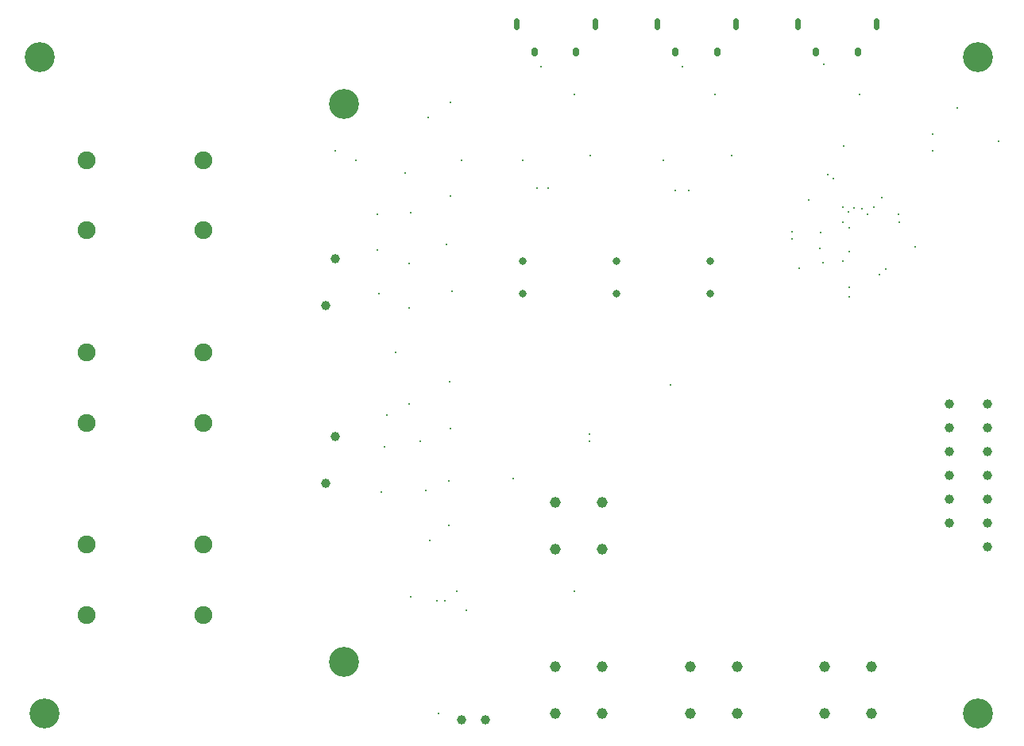
<source format=gbr>
%TF.GenerationSoftware,KiCad,Pcbnew,8.0.2+dfsg-1*%
%TF.CreationDate,2024-05-24T10:29:54+00:00*%
%TF.ProjectId,akkupack-ng,616b6b75-7061-4636-9b2d-6e672e6b6963,rev?*%
%TF.SameCoordinates,Original*%
%TF.FileFunction,Plated,1,4,PTH,Mixed*%
%TF.FilePolarity,Positive*%
%FSLAX46Y46*%
G04 Gerber Fmt 4.6, Leading zero omitted, Abs format (unit mm)*
G04 Created by KiCad (PCBNEW 8.0.2+dfsg-1) date 2024-05-24 10:29:54*
%MOMM*%
%LPD*%
G01*
G04 APERTURE LIST*
%TA.AperFunction,ViaDrill*%
%ADD10C,0.300000*%
%TD*%
G04 aperture for slot hole*
%TA.AperFunction,ComponentDrill*%
%ADD11C,0.600000*%
%TD*%
G04 aperture for slot hole*
%TA.AperFunction,ComponentDrill*%
%ADD12C,0.650000*%
%TD*%
%TA.AperFunction,ComponentDrill*%
%ADD13C,0.800000*%
%TD*%
%TA.AperFunction,ComponentDrill*%
%ADD14C,1.000000*%
%TD*%
%TA.AperFunction,ComponentDrill*%
%ADD15C,1.150000*%
%TD*%
%TA.AperFunction,ComponentDrill*%
%ADD16C,1.905000*%
%TD*%
%TA.AperFunction,ComponentDrill*%
%ADD17C,3.200000*%
%TD*%
G04 APERTURE END LIST*
D10*
X86500000Y-60000000D03*
X88750000Y-61000000D03*
X91000000Y-66800000D03*
X91000000Y-70600000D03*
X91200000Y-75200000D03*
X91400000Y-96400000D03*
X91800000Y-91600000D03*
X92000000Y-88200000D03*
X93000000Y-81500000D03*
X94000000Y-62400000D03*
X94400000Y-72000000D03*
X94400000Y-76800000D03*
X94400000Y-87000000D03*
X94600000Y-66600000D03*
X94600000Y-107600000D03*
X95600000Y-91000000D03*
X96200000Y-96200000D03*
X96400000Y-56400000D03*
X96600000Y-101600000D03*
X97400000Y-108000000D03*
X97500000Y-120000000D03*
X98199965Y-107992582D03*
X98400000Y-70000000D03*
X98600000Y-95200000D03*
X98600000Y-100000000D03*
X98700000Y-84600000D03*
X98800000Y-54800000D03*
X98800000Y-64800000D03*
X98800000Y-89600000D03*
X99000000Y-75000000D03*
X99500000Y-107000000D03*
X100000000Y-61000000D03*
X100500000Y-109000000D03*
X105500000Y-95000000D03*
X106500000Y-61000000D03*
X108000000Y-64000000D03*
X108500000Y-51000000D03*
X109200000Y-64000000D03*
X112000000Y-54000000D03*
X112000000Y-107000000D03*
X113600737Y-90200737D03*
X113625250Y-91025250D03*
X113750000Y-60500000D03*
X121500000Y-61000000D03*
X122250000Y-85000000D03*
X122800000Y-64200000D03*
X123500000Y-51000000D03*
X124200000Y-64200000D03*
X127000000Y-54000000D03*
X128750000Y-60500000D03*
X135250000Y-68600000D03*
X135250000Y-69400003D03*
X136000000Y-72500000D03*
X137000000Y-65250000D03*
X138200000Y-70400000D03*
X138300000Y-68700000D03*
X138488146Y-71954836D03*
X138600000Y-50800000D03*
X139000000Y-62500000D03*
X139650000Y-63000000D03*
X140600000Y-67600000D03*
X140600000Y-71800000D03*
X140602510Y-66004669D03*
X140750000Y-59500000D03*
X141202607Y-66533710D03*
X141275735Y-70724265D03*
X141350000Y-68200000D03*
X141350000Y-74600000D03*
X141350000Y-75600000D03*
X141857592Y-66074364D03*
X142400000Y-54000000D03*
X142650000Y-66184313D03*
X143250000Y-66750000D03*
X143956564Y-65983036D03*
X144556564Y-73200000D03*
X144750000Y-65000000D03*
X145200000Y-72600000D03*
X146600000Y-66800000D03*
X146624265Y-67624265D03*
X148375735Y-70224265D03*
X150200000Y-58200000D03*
X150200000Y-60000000D03*
X152800000Y-55400000D03*
X157200000Y-59000000D03*
D11*
%TO.C,J301*%
X105825000Y-46110000D02*
X105825000Y-46810000D01*
X114175000Y-46110000D02*
X114175000Y-46810000D01*
%TO.C,J401*%
X120825000Y-46110000D02*
X120825000Y-46810000D01*
X129175000Y-46110000D02*
X129175000Y-46810000D01*
%TO.C,J204*%
X135825000Y-46110000D02*
X135825000Y-46810000D01*
X144175000Y-46110000D02*
X144175000Y-46810000D01*
D12*
%TO.C,J301*%
X107775000Y-49360000D02*
X107775000Y-49560000D01*
X112225000Y-49360000D02*
X112225000Y-49560000D01*
%TO.C,J401*%
X122775000Y-49360000D02*
X122775000Y-49560000D01*
X127225000Y-49360000D02*
X127225000Y-49560000D01*
%TO.C,J204*%
X137775000Y-49360000D02*
X137775000Y-49560000D01*
X142225000Y-49360000D02*
X142225000Y-49560000D01*
D13*
%TO.C,C209*%
X106500000Y-71750000D03*
X106500000Y-75250000D03*
%TO.C,C208*%
X116500000Y-71750000D03*
X116500000Y-75250000D03*
%TO.C,C205*%
X126500000Y-71750000D03*
X126500000Y-75250000D03*
D14*
%TO.C,F102*%
X85500000Y-76500000D03*
%TO.C,F101*%
X85500000Y-95500000D03*
%TO.C,F102*%
X86500000Y-71500000D03*
%TO.C,F101*%
X86500000Y-90500000D03*
%TO.C,J107*%
X100000000Y-120725000D03*
X102500000Y-120725000D03*
%TO.C,J203*%
X152000000Y-87000000D03*
X152000000Y-89540000D03*
X152000000Y-92080000D03*
X152000000Y-94620000D03*
X152000000Y-97160000D03*
X152000000Y-99700000D03*
%TO.C,J201*%
X156000000Y-87000000D03*
X156000000Y-89540000D03*
X156000000Y-92080000D03*
X156000000Y-94620000D03*
X156000000Y-97160000D03*
X156000000Y-99700000D03*
X156000000Y-102240000D03*
D15*
%TO.C,J101*%
X110000000Y-115000000D03*
X110000000Y-120000000D03*
%TO.C,J108*%
X110000500Y-97500000D03*
X110000500Y-102500000D03*
%TO.C,J101*%
X115000000Y-115000000D03*
X115000000Y-120000000D03*
%TO.C,J108*%
X115000500Y-97500000D03*
X115000500Y-102500000D03*
%TO.C,J102*%
X124350000Y-115000000D03*
X124350000Y-120000000D03*
X129350000Y-115000000D03*
X129350000Y-120000000D03*
%TO.C,J103*%
X138700000Y-115000000D03*
X138700000Y-120000000D03*
X143700000Y-115000000D03*
X143700000Y-120000000D03*
D16*
%TO.C,J106*%
X60000000Y-61000000D03*
X60000000Y-68500000D03*
%TO.C,J105*%
X60000000Y-81500000D03*
X60000000Y-89000000D03*
%TO.C,J104*%
X60000000Y-102000000D03*
X60000000Y-109500000D03*
%TO.C,J106*%
X72500000Y-61000000D03*
X72500000Y-68500000D03*
%TO.C,J105*%
X72500000Y-81500000D03*
X72500000Y-89000000D03*
%TO.C,J104*%
X72500000Y-102000000D03*
X72500000Y-109500000D03*
D17*
%TO.C,H103*%
X55000000Y-50000000D03*
%TO.C,H104*%
X55500000Y-120000000D03*
%TO.C,H101*%
X87500000Y-55000000D03*
%TO.C,H102*%
X87500000Y-114500000D03*
%TO.C,H105*%
X155000000Y-50000000D03*
%TO.C,H106*%
X155000000Y-120000000D03*
M02*

</source>
